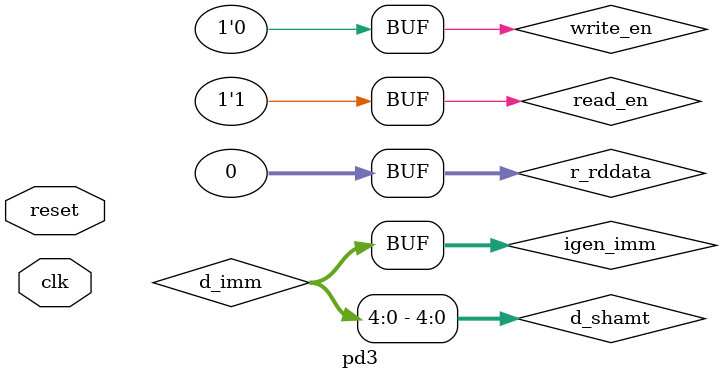
<source format=sv>
/*
 * Module: pd3
 *
 * Description: Top level module that will contain sub-module instantiations.
 *
 * Inputs:
 * 1) clk
 * 2) reset signal
 */

module pd3 #(
    parameter int AWIDTH = 32,
    parameter int DWIDTH = 32)(
    input logic clk,
    input logic reset
);

 /*
  * Instantiate other submodules and
  * probes. To be filled by student...
  *
  */
    // memory signals
    logic [AWIDTH - 1:0] addr_i;
    logic [DWIDTH - 1:0] data_i;
    logic write_en, read_en;
        // fetch signals
    logic [DWIDTH - 1:0] f_pc, f_insn;

    assign read_en = 1'b1;
    assign write_en = 1'b0;

    // Memory instantiation
    memory #(
        .AWIDTH(32),
        .DWIDTH(32),
        .BASE_ADDR(32'h01000000)
        ) memory1 (
        .clk(clk),
        .rst(reset),
        .addr_i(f_pc),
        .data_i(data_i),
        .read_en_i(read_en),
        .write_en_i(write_en),
        .data_o(f_insn)
    );

    // Fetch instantiation
    fetch #(
        .AWIDTH(32),
        .DWIDTH(32),
        .BASEADDR(32'h01000000)
    ) fetch1 (
        .clk(clk),
        .rst(reset),
        .pc_o(f_pc),            
        .insn_o()         
    );

    // decode signals
    logic [DWIDTH - 1:0] d_pc;
    logic [DWIDTH - 1:0] d_insn;
    logic [6:0] d_opcode;
    logic [4:0] d_rd;
    logic [4:0] d_rs1;
    logic [4:0] d_rs2;
    logic [6:0] d_funct7;
    logic [2:0] d_funct3;
    logic [4:0] d_shamt;
    logic [DWIDTH - 1:0] d_imm;

    // Decode instantiation
    decode #(
        .AWIDTH(32),
        .DWIDTH(32)
    ) decode1 (
        .clk(clk),
        .rst(reset),
        .insn_i(f_insn),
        .pc_i(f_pc),
        .pc_o(d_pc),            
        .insn_o(d_insn),         
        .opcode_o(d_opcode),         
        .rd_o(d_rd),         
        .rs1_o(d_rs1),         
        .rs2_o(d_rs2),         
        .funct7_o(d_funct7),         
        .funct3_o(d_funct3),         
        .shamt_o(d_shamt),         
        .imm_o(d_imm)          
    );

    // Immediate Generator signals
    logic [DWIDTH - 1:0] igen_imm;
    assign d_imm = igen_imm;
    assign d_shamt = igen_imm[4:0];

    // Immediate Generator instantiation
    igen #(
        .DWIDTH(32)
    ) igen1 (
        .opcode_i(d_opcode),
        .insn_i(d_insn),
        .imm_o(igen_imm)
    );

    // Control signals
    logic c_pcsel;
    logic c_immsel;
    logic c_regwren;
    logic c_rs1sel;
    logic c_rs2sel;
    logic c_memren;
    logic c_memwren;
    logic [1:0] c_wbsel;
    logic [3:0] c_alusel;

    // Control instantiation
    control #(
        .DWIDTH(32)
    ) control1 (
        .insn_i(d_insn),
        .opcode_i(d_opcode),
        .funct7_i(d_funct7),
        .funct3_i(d_funct3),
        .pcsel_o(c_pcsel),       
        .immsel_o(c_immsel),
        .regwren_o(c_regwren),
        .rs1sel_o(c_rs1sel),
        .rs2sel_o(c_rs2sel),
        .memren_o(c_memren),
        .memwren_o(c_memwren),
        .wbsel_o(c_wbsel),
        .alusel_o(c_alusel)
    );

    // Register file signals
    logic [4:0] r_rs1, r_rs2, r_rd;
    logic [DWIDTH - 1:0] r_rs1data, r_rs2data, r_rddata;
    
    // Assign write back to constant 0
    assign r_rddata = {DWIDTH{1'b0}};
    assign r_rd = d_rd;
    assign r_rs1 = d_rs1;
    assign r_rs2 = d_rs2;

    // Register file instantiation
    register_file #(
      .DWIDTH(DWIDTH)
    ) register_file1 (
      .clk(clk),
      .rst(reset),
      .rs1_i(r_rs1),
      .rs2_i(r_rs2),
      .rd_i(r_rd),
      .datawb_i(r_rddata),
      .regwren_i(c_regwren),
      .rs1data_o(r_rs1data),
      .rs2data_o(r_rs2data)
    );


    // Execute signals
    logic [DWIDTH - 1:0] e_rs1, e_rs2, e_res, e_pc;
    logic e_brtaken;

    // Mux for execute input data
    assign e_rs1 = (c_rs1sel == 1'b1) ? r_rs1data : d_pc;
    assign e_rs2 = (c_rs2sel == 1'b1) ? r_rs2data : d_imm;

    assign e_pc = d_pc;

    // Execute instantiation, brtaken_o is empty because that signal is coming from bc module
    alu #(
      .DWIDTH(DWIDTH),
      .AWIDTH(AWIDTH)
    ) e_alu1 (
      .pc_i(e_pc),
      .rs1_i(e_rs1),
      .rs2_i(e_rs2),
      .funct3_i(d_funct3),
      .funct7_i(d_funct7),
      .opcode_i(d_opcode),
      .imm_i(igen_imm),
      .alusel_i(c_alusel),
      .res_o(e_res),
      .brtaken_o(e_brtaken)
    );

endmodule : pd3

</source>
